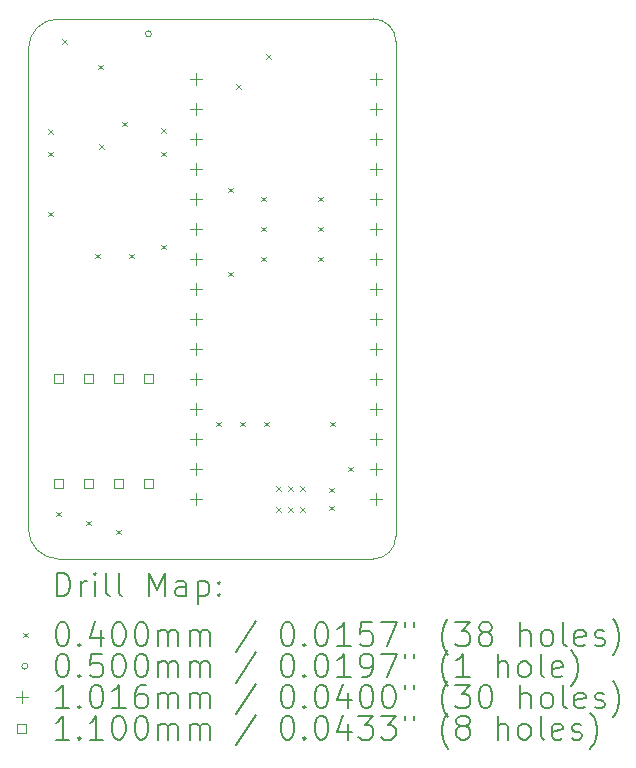
<source format=gbr>
%TF.GenerationSoftware,KiCad,Pcbnew,7.0.2*%
%TF.CreationDate,2023-04-27T12:11:38-07:00*%
%TF.ProjectId,Flamingo Nano 33 BLE Rev 2,466c616d-696e-4676-9f20-4e616e6f2033,rev?*%
%TF.SameCoordinates,Original*%
%TF.FileFunction,Drillmap*%
%TF.FilePolarity,Positive*%
%FSLAX45Y45*%
G04 Gerber Fmt 4.5, Leading zero omitted, Abs format (unit mm)*
G04 Created by KiCad (PCBNEW 7.0.2) date 2023-04-27 12:11:38*
%MOMM*%
%LPD*%
G01*
G04 APERTURE LIST*
%ADD10C,0.100000*%
%ADD11C,0.200000*%
%ADD12C,0.040000*%
%ADD13C,0.050000*%
%ADD14C,0.101600*%
%ADD15C,0.110000*%
G04 APERTURE END LIST*
D10*
X8191500Y-5207000D02*
G75*
G03*
X7937500Y-5461000I0J-254000D01*
G01*
X10858500Y-9779000D02*
X8191500Y-9779000D01*
X11049000Y-5397500D02*
X11049000Y-9588500D01*
X11049000Y-5397500D02*
G75*
G03*
X10858500Y-5207000I-190500J0D01*
G01*
X7937500Y-9525000D02*
X7937500Y-5461000D01*
X10858500Y-9779000D02*
G75*
G03*
X11049000Y-9588500I0J190500D01*
G01*
X7937500Y-9525000D02*
G75*
G03*
X8191500Y-9779000I254000J0D01*
G01*
X8191500Y-5207000D02*
X10858500Y-5207000D01*
D11*
D12*
X8108000Y-6139500D02*
X8148000Y-6179500D01*
X8148000Y-6139500D02*
X8108000Y-6179500D01*
X8108000Y-6330000D02*
X8148000Y-6370000D01*
X8148000Y-6330000D02*
X8108000Y-6370000D01*
X8108000Y-6838000D02*
X8148000Y-6878000D01*
X8148000Y-6838000D02*
X8108000Y-6878000D01*
X8171500Y-9378000D02*
X8211500Y-9418000D01*
X8211500Y-9378000D02*
X8171500Y-9418000D01*
X8222300Y-5377500D02*
X8262300Y-5417500D01*
X8262300Y-5377500D02*
X8222300Y-5417500D01*
X8425500Y-9454200D02*
X8465500Y-9494200D01*
X8465500Y-9454200D02*
X8425500Y-9494200D01*
X8501700Y-7193600D02*
X8541700Y-7233600D01*
X8541700Y-7193600D02*
X8501700Y-7233600D01*
X8527100Y-5593400D02*
X8567100Y-5633400D01*
X8567100Y-5593400D02*
X8527100Y-5633400D01*
X8539800Y-6270268D02*
X8579800Y-6310268D01*
X8579800Y-6270268D02*
X8539800Y-6310268D01*
X8679500Y-9530400D02*
X8719500Y-9570400D01*
X8719500Y-9530400D02*
X8679500Y-9570400D01*
X8730300Y-6076000D02*
X8770300Y-6116000D01*
X8770300Y-6076000D02*
X8730300Y-6116000D01*
X8793800Y-7193600D02*
X8833800Y-7233600D01*
X8833800Y-7193600D02*
X8793800Y-7233600D01*
X9060500Y-6130550D02*
X9100500Y-6170550D01*
X9100500Y-6130550D02*
X9060500Y-6170550D01*
X9060500Y-6330000D02*
X9100500Y-6370000D01*
X9100500Y-6330000D02*
X9060500Y-6370000D01*
X9060500Y-7117400D02*
X9100500Y-7157400D01*
X9100500Y-7117400D02*
X9060500Y-7157400D01*
X9530400Y-8616000D02*
X9570400Y-8656000D01*
X9570400Y-8616000D02*
X9530400Y-8656000D01*
X9632000Y-6634800D02*
X9672000Y-6674800D01*
X9672000Y-6634800D02*
X9632000Y-6674800D01*
X9632000Y-7346000D02*
X9672000Y-7386000D01*
X9672000Y-7346000D02*
X9632000Y-7386000D01*
X9695500Y-5758500D02*
X9735500Y-5798500D01*
X9735500Y-5758500D02*
X9695500Y-5798500D01*
X9733600Y-8616000D02*
X9773600Y-8656000D01*
X9773600Y-8616000D02*
X9733600Y-8656000D01*
X9911400Y-6711000D02*
X9951400Y-6751000D01*
X9951400Y-6711000D02*
X9911400Y-6751000D01*
X9911400Y-6965000D02*
X9951400Y-7005000D01*
X9951400Y-6965000D02*
X9911400Y-7005000D01*
X9911400Y-7219000D02*
X9951400Y-7259000D01*
X9951400Y-7219000D02*
X9911400Y-7259000D01*
X9936800Y-8616000D02*
X9976800Y-8656000D01*
X9976800Y-8616000D02*
X9936800Y-8656000D01*
X9949500Y-5504500D02*
X9989500Y-5544500D01*
X9989500Y-5504500D02*
X9949500Y-5544500D01*
X10038400Y-9162100D02*
X10078400Y-9202100D01*
X10078400Y-9162100D02*
X10038400Y-9202100D01*
X10038400Y-9339900D02*
X10078400Y-9379900D01*
X10078400Y-9339900D02*
X10038400Y-9379900D01*
X10140000Y-9162100D02*
X10180000Y-9202100D01*
X10180000Y-9162100D02*
X10140000Y-9202100D01*
X10140000Y-9339900D02*
X10180000Y-9379900D01*
X10180000Y-9339900D02*
X10140000Y-9379900D01*
X10241600Y-9162100D02*
X10281600Y-9202100D01*
X10281600Y-9162100D02*
X10241600Y-9202100D01*
X10241600Y-9339900D02*
X10281600Y-9379900D01*
X10281600Y-9339900D02*
X10241600Y-9379900D01*
X10394000Y-6711000D02*
X10434000Y-6751000D01*
X10434000Y-6711000D02*
X10394000Y-6751000D01*
X10394000Y-6965000D02*
X10434000Y-7005000D01*
X10434000Y-6965000D02*
X10394000Y-7005000D01*
X10394000Y-7219000D02*
X10434000Y-7259000D01*
X10434000Y-7219000D02*
X10394000Y-7259000D01*
X10482900Y-9175550D02*
X10522900Y-9215550D01*
X10522900Y-9175550D02*
X10482900Y-9215550D01*
X10482900Y-9327200D02*
X10522900Y-9367200D01*
X10522900Y-9327200D02*
X10482900Y-9367200D01*
X10495600Y-8616000D02*
X10535600Y-8656000D01*
X10535600Y-8616000D02*
X10495600Y-8656000D01*
X10648000Y-8997000D02*
X10688000Y-9037000D01*
X10688000Y-8997000D02*
X10648000Y-9037000D01*
D13*
X8978500Y-5334000D02*
G75*
G03*
X8978500Y-5334000I-25000J0D01*
G01*
D14*
X9356750Y-5661200D02*
X9356750Y-5762800D01*
X9305950Y-5712000D02*
X9407550Y-5712000D01*
X9356750Y-5915200D02*
X9356750Y-6016800D01*
X9305950Y-5966000D02*
X9407550Y-5966000D01*
X9356750Y-6169200D02*
X9356750Y-6270800D01*
X9305950Y-6220000D02*
X9407550Y-6220000D01*
X9356750Y-6423200D02*
X9356750Y-6524800D01*
X9305950Y-6474000D02*
X9407550Y-6474000D01*
X9356750Y-6677200D02*
X9356750Y-6778800D01*
X9305950Y-6728000D02*
X9407550Y-6728000D01*
X9356750Y-6931200D02*
X9356750Y-7032800D01*
X9305950Y-6982000D02*
X9407550Y-6982000D01*
X9356750Y-7185200D02*
X9356750Y-7286800D01*
X9305950Y-7236000D02*
X9407550Y-7236000D01*
X9356750Y-7439200D02*
X9356750Y-7540800D01*
X9305950Y-7490000D02*
X9407550Y-7490000D01*
X9356750Y-7693200D02*
X9356750Y-7794800D01*
X9305950Y-7744000D02*
X9407550Y-7744000D01*
X9356750Y-7947200D02*
X9356750Y-8048800D01*
X9305950Y-7998000D02*
X9407550Y-7998000D01*
X9356750Y-8201200D02*
X9356750Y-8302800D01*
X9305950Y-8252000D02*
X9407550Y-8252000D01*
X9356750Y-8455200D02*
X9356750Y-8556800D01*
X9305950Y-8506000D02*
X9407550Y-8506000D01*
X9356750Y-8709200D02*
X9356750Y-8810800D01*
X9305950Y-8760000D02*
X9407550Y-8760000D01*
X9356750Y-8963200D02*
X9356750Y-9064800D01*
X9305950Y-9014000D02*
X9407550Y-9014000D01*
X9356750Y-9217200D02*
X9356750Y-9318800D01*
X9305950Y-9268000D02*
X9407550Y-9268000D01*
X10880750Y-5661200D02*
X10880750Y-5762800D01*
X10829950Y-5712000D02*
X10931550Y-5712000D01*
X10880750Y-5915200D02*
X10880750Y-6016800D01*
X10829950Y-5966000D02*
X10931550Y-5966000D01*
X10880750Y-6169200D02*
X10880750Y-6270800D01*
X10829950Y-6220000D02*
X10931550Y-6220000D01*
X10880750Y-6423200D02*
X10880750Y-6524800D01*
X10829950Y-6474000D02*
X10931550Y-6474000D01*
X10880750Y-6677200D02*
X10880750Y-6778800D01*
X10829950Y-6728000D02*
X10931550Y-6728000D01*
X10880750Y-6931200D02*
X10880750Y-7032800D01*
X10829950Y-6982000D02*
X10931550Y-6982000D01*
X10880750Y-7185200D02*
X10880750Y-7286800D01*
X10829950Y-7236000D02*
X10931550Y-7236000D01*
X10880750Y-7439200D02*
X10880750Y-7540800D01*
X10829950Y-7490000D02*
X10931550Y-7490000D01*
X10880750Y-7693200D02*
X10880750Y-7794800D01*
X10829950Y-7744000D02*
X10931550Y-7744000D01*
X10880750Y-7947200D02*
X10880750Y-8048800D01*
X10829950Y-7998000D02*
X10931550Y-7998000D01*
X10880750Y-8201200D02*
X10880750Y-8302800D01*
X10829950Y-8252000D02*
X10931550Y-8252000D01*
X10880750Y-8455200D02*
X10880750Y-8556800D01*
X10829950Y-8506000D02*
X10931550Y-8506000D01*
X10880750Y-8709200D02*
X10880750Y-8810800D01*
X10829950Y-8760000D02*
X10931550Y-8760000D01*
X10880750Y-8963200D02*
X10880750Y-9064800D01*
X10829950Y-9014000D02*
X10931550Y-9014000D01*
X10880750Y-9217200D02*
X10880750Y-9318800D01*
X10829950Y-9268000D02*
X10931550Y-9268000D01*
D15*
X8230391Y-8293891D02*
X8230391Y-8216109D01*
X8152609Y-8216109D01*
X8152609Y-8293891D01*
X8230391Y-8293891D01*
X8230391Y-9182891D02*
X8230391Y-9105109D01*
X8152609Y-9105109D01*
X8152609Y-9182891D01*
X8230391Y-9182891D01*
X8484391Y-8293891D02*
X8484391Y-8216109D01*
X8406609Y-8216109D01*
X8406609Y-8293891D01*
X8484391Y-8293891D01*
X8484391Y-9182891D02*
X8484391Y-9105109D01*
X8406609Y-9105109D01*
X8406609Y-9182891D01*
X8484391Y-9182891D01*
X8738391Y-8293891D02*
X8738391Y-8216109D01*
X8660609Y-8216109D01*
X8660609Y-8293891D01*
X8738391Y-8293891D01*
X8738391Y-9182891D02*
X8738391Y-9105109D01*
X8660609Y-9105109D01*
X8660609Y-9182891D01*
X8738391Y-9182891D01*
X8992391Y-8293891D02*
X8992391Y-8216109D01*
X8914609Y-8216109D01*
X8914609Y-8293891D01*
X8992391Y-8293891D01*
X8992391Y-9182891D02*
X8992391Y-9105109D01*
X8914609Y-9105109D01*
X8914609Y-9182891D01*
X8992391Y-9182891D01*
D11*
X8180119Y-10096524D02*
X8180119Y-9896524D01*
X8180119Y-9896524D02*
X8227738Y-9896524D01*
X8227738Y-9896524D02*
X8256309Y-9906048D01*
X8256309Y-9906048D02*
X8275357Y-9925095D01*
X8275357Y-9925095D02*
X8284881Y-9944143D01*
X8284881Y-9944143D02*
X8294405Y-9982238D01*
X8294405Y-9982238D02*
X8294405Y-10010810D01*
X8294405Y-10010810D02*
X8284881Y-10048905D01*
X8284881Y-10048905D02*
X8275357Y-10067952D01*
X8275357Y-10067952D02*
X8256309Y-10087000D01*
X8256309Y-10087000D02*
X8227738Y-10096524D01*
X8227738Y-10096524D02*
X8180119Y-10096524D01*
X8380119Y-10096524D02*
X8380119Y-9963190D01*
X8380119Y-10001286D02*
X8389643Y-9982238D01*
X8389643Y-9982238D02*
X8399167Y-9972714D01*
X8399167Y-9972714D02*
X8418214Y-9963190D01*
X8418214Y-9963190D02*
X8437262Y-9963190D01*
X8503929Y-10096524D02*
X8503929Y-9963190D01*
X8503929Y-9896524D02*
X8494405Y-9906048D01*
X8494405Y-9906048D02*
X8503929Y-9915571D01*
X8503929Y-9915571D02*
X8513452Y-9906048D01*
X8513452Y-9906048D02*
X8503929Y-9896524D01*
X8503929Y-9896524D02*
X8503929Y-9915571D01*
X8627738Y-10096524D02*
X8608690Y-10087000D01*
X8608690Y-10087000D02*
X8599167Y-10067952D01*
X8599167Y-10067952D02*
X8599167Y-9896524D01*
X8732500Y-10096524D02*
X8713452Y-10087000D01*
X8713452Y-10087000D02*
X8703929Y-10067952D01*
X8703929Y-10067952D02*
X8703929Y-9896524D01*
X8961071Y-10096524D02*
X8961071Y-9896524D01*
X8961071Y-9896524D02*
X9027738Y-10039381D01*
X9027738Y-10039381D02*
X9094405Y-9896524D01*
X9094405Y-9896524D02*
X9094405Y-10096524D01*
X9275357Y-10096524D02*
X9275357Y-9991762D01*
X9275357Y-9991762D02*
X9265833Y-9972714D01*
X9265833Y-9972714D02*
X9246786Y-9963190D01*
X9246786Y-9963190D02*
X9208690Y-9963190D01*
X9208690Y-9963190D02*
X9189643Y-9972714D01*
X9275357Y-10087000D02*
X9256310Y-10096524D01*
X9256310Y-10096524D02*
X9208690Y-10096524D01*
X9208690Y-10096524D02*
X9189643Y-10087000D01*
X9189643Y-10087000D02*
X9180119Y-10067952D01*
X9180119Y-10067952D02*
X9180119Y-10048905D01*
X9180119Y-10048905D02*
X9189643Y-10029857D01*
X9189643Y-10029857D02*
X9208690Y-10020333D01*
X9208690Y-10020333D02*
X9256310Y-10020333D01*
X9256310Y-10020333D02*
X9275357Y-10010810D01*
X9370595Y-9963190D02*
X9370595Y-10163190D01*
X9370595Y-9972714D02*
X9389643Y-9963190D01*
X9389643Y-9963190D02*
X9427738Y-9963190D01*
X9427738Y-9963190D02*
X9446786Y-9972714D01*
X9446786Y-9972714D02*
X9456310Y-9982238D01*
X9456310Y-9982238D02*
X9465833Y-10001286D01*
X9465833Y-10001286D02*
X9465833Y-10058429D01*
X9465833Y-10058429D02*
X9456310Y-10077476D01*
X9456310Y-10077476D02*
X9446786Y-10087000D01*
X9446786Y-10087000D02*
X9427738Y-10096524D01*
X9427738Y-10096524D02*
X9389643Y-10096524D01*
X9389643Y-10096524D02*
X9370595Y-10087000D01*
X9551548Y-10077476D02*
X9561071Y-10087000D01*
X9561071Y-10087000D02*
X9551548Y-10096524D01*
X9551548Y-10096524D02*
X9542024Y-10087000D01*
X9542024Y-10087000D02*
X9551548Y-10077476D01*
X9551548Y-10077476D02*
X9551548Y-10096524D01*
X9551548Y-9972714D02*
X9561071Y-9982238D01*
X9561071Y-9982238D02*
X9551548Y-9991762D01*
X9551548Y-9991762D02*
X9542024Y-9982238D01*
X9542024Y-9982238D02*
X9551548Y-9972714D01*
X9551548Y-9972714D02*
X9551548Y-9991762D01*
D12*
X7892500Y-10404000D02*
X7932500Y-10444000D01*
X7932500Y-10404000D02*
X7892500Y-10444000D01*
D11*
X8218214Y-10316524D02*
X8237262Y-10316524D01*
X8237262Y-10316524D02*
X8256309Y-10326048D01*
X8256309Y-10326048D02*
X8265833Y-10335571D01*
X8265833Y-10335571D02*
X8275357Y-10354619D01*
X8275357Y-10354619D02*
X8284881Y-10392714D01*
X8284881Y-10392714D02*
X8284881Y-10440333D01*
X8284881Y-10440333D02*
X8275357Y-10478429D01*
X8275357Y-10478429D02*
X8265833Y-10497476D01*
X8265833Y-10497476D02*
X8256309Y-10507000D01*
X8256309Y-10507000D02*
X8237262Y-10516524D01*
X8237262Y-10516524D02*
X8218214Y-10516524D01*
X8218214Y-10516524D02*
X8199167Y-10507000D01*
X8199167Y-10507000D02*
X8189643Y-10497476D01*
X8189643Y-10497476D02*
X8180119Y-10478429D01*
X8180119Y-10478429D02*
X8170595Y-10440333D01*
X8170595Y-10440333D02*
X8170595Y-10392714D01*
X8170595Y-10392714D02*
X8180119Y-10354619D01*
X8180119Y-10354619D02*
X8189643Y-10335571D01*
X8189643Y-10335571D02*
X8199167Y-10326048D01*
X8199167Y-10326048D02*
X8218214Y-10316524D01*
X8370595Y-10497476D02*
X8380119Y-10507000D01*
X8380119Y-10507000D02*
X8370595Y-10516524D01*
X8370595Y-10516524D02*
X8361071Y-10507000D01*
X8361071Y-10507000D02*
X8370595Y-10497476D01*
X8370595Y-10497476D02*
X8370595Y-10516524D01*
X8551548Y-10383190D02*
X8551548Y-10516524D01*
X8503929Y-10307000D02*
X8456310Y-10449857D01*
X8456310Y-10449857D02*
X8580119Y-10449857D01*
X8694405Y-10316524D02*
X8713452Y-10316524D01*
X8713452Y-10316524D02*
X8732500Y-10326048D01*
X8732500Y-10326048D02*
X8742024Y-10335571D01*
X8742024Y-10335571D02*
X8751548Y-10354619D01*
X8751548Y-10354619D02*
X8761071Y-10392714D01*
X8761071Y-10392714D02*
X8761071Y-10440333D01*
X8761071Y-10440333D02*
X8751548Y-10478429D01*
X8751548Y-10478429D02*
X8742024Y-10497476D01*
X8742024Y-10497476D02*
X8732500Y-10507000D01*
X8732500Y-10507000D02*
X8713452Y-10516524D01*
X8713452Y-10516524D02*
X8694405Y-10516524D01*
X8694405Y-10516524D02*
X8675357Y-10507000D01*
X8675357Y-10507000D02*
X8665833Y-10497476D01*
X8665833Y-10497476D02*
X8656310Y-10478429D01*
X8656310Y-10478429D02*
X8646786Y-10440333D01*
X8646786Y-10440333D02*
X8646786Y-10392714D01*
X8646786Y-10392714D02*
X8656310Y-10354619D01*
X8656310Y-10354619D02*
X8665833Y-10335571D01*
X8665833Y-10335571D02*
X8675357Y-10326048D01*
X8675357Y-10326048D02*
X8694405Y-10316524D01*
X8884881Y-10316524D02*
X8903929Y-10316524D01*
X8903929Y-10316524D02*
X8922976Y-10326048D01*
X8922976Y-10326048D02*
X8932500Y-10335571D01*
X8932500Y-10335571D02*
X8942024Y-10354619D01*
X8942024Y-10354619D02*
X8951548Y-10392714D01*
X8951548Y-10392714D02*
X8951548Y-10440333D01*
X8951548Y-10440333D02*
X8942024Y-10478429D01*
X8942024Y-10478429D02*
X8932500Y-10497476D01*
X8932500Y-10497476D02*
X8922976Y-10507000D01*
X8922976Y-10507000D02*
X8903929Y-10516524D01*
X8903929Y-10516524D02*
X8884881Y-10516524D01*
X8884881Y-10516524D02*
X8865833Y-10507000D01*
X8865833Y-10507000D02*
X8856310Y-10497476D01*
X8856310Y-10497476D02*
X8846786Y-10478429D01*
X8846786Y-10478429D02*
X8837262Y-10440333D01*
X8837262Y-10440333D02*
X8837262Y-10392714D01*
X8837262Y-10392714D02*
X8846786Y-10354619D01*
X8846786Y-10354619D02*
X8856310Y-10335571D01*
X8856310Y-10335571D02*
X8865833Y-10326048D01*
X8865833Y-10326048D02*
X8884881Y-10316524D01*
X9037262Y-10516524D02*
X9037262Y-10383190D01*
X9037262Y-10402238D02*
X9046786Y-10392714D01*
X9046786Y-10392714D02*
X9065833Y-10383190D01*
X9065833Y-10383190D02*
X9094405Y-10383190D01*
X9094405Y-10383190D02*
X9113452Y-10392714D01*
X9113452Y-10392714D02*
X9122976Y-10411762D01*
X9122976Y-10411762D02*
X9122976Y-10516524D01*
X9122976Y-10411762D02*
X9132500Y-10392714D01*
X9132500Y-10392714D02*
X9151548Y-10383190D01*
X9151548Y-10383190D02*
X9180119Y-10383190D01*
X9180119Y-10383190D02*
X9199167Y-10392714D01*
X9199167Y-10392714D02*
X9208691Y-10411762D01*
X9208691Y-10411762D02*
X9208691Y-10516524D01*
X9303929Y-10516524D02*
X9303929Y-10383190D01*
X9303929Y-10402238D02*
X9313452Y-10392714D01*
X9313452Y-10392714D02*
X9332500Y-10383190D01*
X9332500Y-10383190D02*
X9361072Y-10383190D01*
X9361072Y-10383190D02*
X9380119Y-10392714D01*
X9380119Y-10392714D02*
X9389643Y-10411762D01*
X9389643Y-10411762D02*
X9389643Y-10516524D01*
X9389643Y-10411762D02*
X9399167Y-10392714D01*
X9399167Y-10392714D02*
X9418214Y-10383190D01*
X9418214Y-10383190D02*
X9446786Y-10383190D01*
X9446786Y-10383190D02*
X9465833Y-10392714D01*
X9465833Y-10392714D02*
X9475357Y-10411762D01*
X9475357Y-10411762D02*
X9475357Y-10516524D01*
X9865833Y-10307000D02*
X9694405Y-10564143D01*
X10122976Y-10316524D02*
X10142024Y-10316524D01*
X10142024Y-10316524D02*
X10161072Y-10326048D01*
X10161072Y-10326048D02*
X10170595Y-10335571D01*
X10170595Y-10335571D02*
X10180119Y-10354619D01*
X10180119Y-10354619D02*
X10189643Y-10392714D01*
X10189643Y-10392714D02*
X10189643Y-10440333D01*
X10189643Y-10440333D02*
X10180119Y-10478429D01*
X10180119Y-10478429D02*
X10170595Y-10497476D01*
X10170595Y-10497476D02*
X10161072Y-10507000D01*
X10161072Y-10507000D02*
X10142024Y-10516524D01*
X10142024Y-10516524D02*
X10122976Y-10516524D01*
X10122976Y-10516524D02*
X10103929Y-10507000D01*
X10103929Y-10507000D02*
X10094405Y-10497476D01*
X10094405Y-10497476D02*
X10084881Y-10478429D01*
X10084881Y-10478429D02*
X10075357Y-10440333D01*
X10075357Y-10440333D02*
X10075357Y-10392714D01*
X10075357Y-10392714D02*
X10084881Y-10354619D01*
X10084881Y-10354619D02*
X10094405Y-10335571D01*
X10094405Y-10335571D02*
X10103929Y-10326048D01*
X10103929Y-10326048D02*
X10122976Y-10316524D01*
X10275357Y-10497476D02*
X10284881Y-10507000D01*
X10284881Y-10507000D02*
X10275357Y-10516524D01*
X10275357Y-10516524D02*
X10265834Y-10507000D01*
X10265834Y-10507000D02*
X10275357Y-10497476D01*
X10275357Y-10497476D02*
X10275357Y-10516524D01*
X10408691Y-10316524D02*
X10427738Y-10316524D01*
X10427738Y-10316524D02*
X10446786Y-10326048D01*
X10446786Y-10326048D02*
X10456310Y-10335571D01*
X10456310Y-10335571D02*
X10465834Y-10354619D01*
X10465834Y-10354619D02*
X10475357Y-10392714D01*
X10475357Y-10392714D02*
X10475357Y-10440333D01*
X10475357Y-10440333D02*
X10465834Y-10478429D01*
X10465834Y-10478429D02*
X10456310Y-10497476D01*
X10456310Y-10497476D02*
X10446786Y-10507000D01*
X10446786Y-10507000D02*
X10427738Y-10516524D01*
X10427738Y-10516524D02*
X10408691Y-10516524D01*
X10408691Y-10516524D02*
X10389643Y-10507000D01*
X10389643Y-10507000D02*
X10380119Y-10497476D01*
X10380119Y-10497476D02*
X10370595Y-10478429D01*
X10370595Y-10478429D02*
X10361072Y-10440333D01*
X10361072Y-10440333D02*
X10361072Y-10392714D01*
X10361072Y-10392714D02*
X10370595Y-10354619D01*
X10370595Y-10354619D02*
X10380119Y-10335571D01*
X10380119Y-10335571D02*
X10389643Y-10326048D01*
X10389643Y-10326048D02*
X10408691Y-10316524D01*
X10665834Y-10516524D02*
X10551548Y-10516524D01*
X10608691Y-10516524D02*
X10608691Y-10316524D01*
X10608691Y-10316524D02*
X10589643Y-10345095D01*
X10589643Y-10345095D02*
X10570595Y-10364143D01*
X10570595Y-10364143D02*
X10551548Y-10373667D01*
X10846786Y-10316524D02*
X10751548Y-10316524D01*
X10751548Y-10316524D02*
X10742024Y-10411762D01*
X10742024Y-10411762D02*
X10751548Y-10402238D01*
X10751548Y-10402238D02*
X10770595Y-10392714D01*
X10770595Y-10392714D02*
X10818215Y-10392714D01*
X10818215Y-10392714D02*
X10837262Y-10402238D01*
X10837262Y-10402238D02*
X10846786Y-10411762D01*
X10846786Y-10411762D02*
X10856310Y-10430810D01*
X10856310Y-10430810D02*
X10856310Y-10478429D01*
X10856310Y-10478429D02*
X10846786Y-10497476D01*
X10846786Y-10497476D02*
X10837262Y-10507000D01*
X10837262Y-10507000D02*
X10818215Y-10516524D01*
X10818215Y-10516524D02*
X10770595Y-10516524D01*
X10770595Y-10516524D02*
X10751548Y-10507000D01*
X10751548Y-10507000D02*
X10742024Y-10497476D01*
X10922976Y-10316524D02*
X11056310Y-10316524D01*
X11056310Y-10316524D02*
X10970595Y-10516524D01*
X11122976Y-10316524D02*
X11122976Y-10354619D01*
X11199167Y-10316524D02*
X11199167Y-10354619D01*
X11494405Y-10592714D02*
X11484881Y-10583190D01*
X11484881Y-10583190D02*
X11465834Y-10554619D01*
X11465834Y-10554619D02*
X11456310Y-10535571D01*
X11456310Y-10535571D02*
X11446786Y-10507000D01*
X11446786Y-10507000D02*
X11437262Y-10459381D01*
X11437262Y-10459381D02*
X11437262Y-10421286D01*
X11437262Y-10421286D02*
X11446786Y-10373667D01*
X11446786Y-10373667D02*
X11456310Y-10345095D01*
X11456310Y-10345095D02*
X11465834Y-10326048D01*
X11465834Y-10326048D02*
X11484881Y-10297476D01*
X11484881Y-10297476D02*
X11494405Y-10287952D01*
X11551548Y-10316524D02*
X11675357Y-10316524D01*
X11675357Y-10316524D02*
X11608691Y-10392714D01*
X11608691Y-10392714D02*
X11637262Y-10392714D01*
X11637262Y-10392714D02*
X11656310Y-10402238D01*
X11656310Y-10402238D02*
X11665834Y-10411762D01*
X11665834Y-10411762D02*
X11675357Y-10430810D01*
X11675357Y-10430810D02*
X11675357Y-10478429D01*
X11675357Y-10478429D02*
X11665834Y-10497476D01*
X11665834Y-10497476D02*
X11656310Y-10507000D01*
X11656310Y-10507000D02*
X11637262Y-10516524D01*
X11637262Y-10516524D02*
X11580119Y-10516524D01*
X11580119Y-10516524D02*
X11561072Y-10507000D01*
X11561072Y-10507000D02*
X11551548Y-10497476D01*
X11789643Y-10402238D02*
X11770595Y-10392714D01*
X11770595Y-10392714D02*
X11761072Y-10383190D01*
X11761072Y-10383190D02*
X11751548Y-10364143D01*
X11751548Y-10364143D02*
X11751548Y-10354619D01*
X11751548Y-10354619D02*
X11761072Y-10335571D01*
X11761072Y-10335571D02*
X11770595Y-10326048D01*
X11770595Y-10326048D02*
X11789643Y-10316524D01*
X11789643Y-10316524D02*
X11827738Y-10316524D01*
X11827738Y-10316524D02*
X11846786Y-10326048D01*
X11846786Y-10326048D02*
X11856310Y-10335571D01*
X11856310Y-10335571D02*
X11865834Y-10354619D01*
X11865834Y-10354619D02*
X11865834Y-10364143D01*
X11865834Y-10364143D02*
X11856310Y-10383190D01*
X11856310Y-10383190D02*
X11846786Y-10392714D01*
X11846786Y-10392714D02*
X11827738Y-10402238D01*
X11827738Y-10402238D02*
X11789643Y-10402238D01*
X11789643Y-10402238D02*
X11770595Y-10411762D01*
X11770595Y-10411762D02*
X11761072Y-10421286D01*
X11761072Y-10421286D02*
X11751548Y-10440333D01*
X11751548Y-10440333D02*
X11751548Y-10478429D01*
X11751548Y-10478429D02*
X11761072Y-10497476D01*
X11761072Y-10497476D02*
X11770595Y-10507000D01*
X11770595Y-10507000D02*
X11789643Y-10516524D01*
X11789643Y-10516524D02*
X11827738Y-10516524D01*
X11827738Y-10516524D02*
X11846786Y-10507000D01*
X11846786Y-10507000D02*
X11856310Y-10497476D01*
X11856310Y-10497476D02*
X11865834Y-10478429D01*
X11865834Y-10478429D02*
X11865834Y-10440333D01*
X11865834Y-10440333D02*
X11856310Y-10421286D01*
X11856310Y-10421286D02*
X11846786Y-10411762D01*
X11846786Y-10411762D02*
X11827738Y-10402238D01*
X12103929Y-10516524D02*
X12103929Y-10316524D01*
X12189643Y-10516524D02*
X12189643Y-10411762D01*
X12189643Y-10411762D02*
X12180119Y-10392714D01*
X12180119Y-10392714D02*
X12161072Y-10383190D01*
X12161072Y-10383190D02*
X12132500Y-10383190D01*
X12132500Y-10383190D02*
X12113453Y-10392714D01*
X12113453Y-10392714D02*
X12103929Y-10402238D01*
X12313453Y-10516524D02*
X12294405Y-10507000D01*
X12294405Y-10507000D02*
X12284881Y-10497476D01*
X12284881Y-10497476D02*
X12275357Y-10478429D01*
X12275357Y-10478429D02*
X12275357Y-10421286D01*
X12275357Y-10421286D02*
X12284881Y-10402238D01*
X12284881Y-10402238D02*
X12294405Y-10392714D01*
X12294405Y-10392714D02*
X12313453Y-10383190D01*
X12313453Y-10383190D02*
X12342024Y-10383190D01*
X12342024Y-10383190D02*
X12361072Y-10392714D01*
X12361072Y-10392714D02*
X12370596Y-10402238D01*
X12370596Y-10402238D02*
X12380119Y-10421286D01*
X12380119Y-10421286D02*
X12380119Y-10478429D01*
X12380119Y-10478429D02*
X12370596Y-10497476D01*
X12370596Y-10497476D02*
X12361072Y-10507000D01*
X12361072Y-10507000D02*
X12342024Y-10516524D01*
X12342024Y-10516524D02*
X12313453Y-10516524D01*
X12494405Y-10516524D02*
X12475357Y-10507000D01*
X12475357Y-10507000D02*
X12465834Y-10487952D01*
X12465834Y-10487952D02*
X12465834Y-10316524D01*
X12646786Y-10507000D02*
X12627738Y-10516524D01*
X12627738Y-10516524D02*
X12589643Y-10516524D01*
X12589643Y-10516524D02*
X12570596Y-10507000D01*
X12570596Y-10507000D02*
X12561072Y-10487952D01*
X12561072Y-10487952D02*
X12561072Y-10411762D01*
X12561072Y-10411762D02*
X12570596Y-10392714D01*
X12570596Y-10392714D02*
X12589643Y-10383190D01*
X12589643Y-10383190D02*
X12627738Y-10383190D01*
X12627738Y-10383190D02*
X12646786Y-10392714D01*
X12646786Y-10392714D02*
X12656310Y-10411762D01*
X12656310Y-10411762D02*
X12656310Y-10430810D01*
X12656310Y-10430810D02*
X12561072Y-10449857D01*
X12732500Y-10507000D02*
X12751548Y-10516524D01*
X12751548Y-10516524D02*
X12789643Y-10516524D01*
X12789643Y-10516524D02*
X12808691Y-10507000D01*
X12808691Y-10507000D02*
X12818215Y-10487952D01*
X12818215Y-10487952D02*
X12818215Y-10478429D01*
X12818215Y-10478429D02*
X12808691Y-10459381D01*
X12808691Y-10459381D02*
X12789643Y-10449857D01*
X12789643Y-10449857D02*
X12761072Y-10449857D01*
X12761072Y-10449857D02*
X12742024Y-10440333D01*
X12742024Y-10440333D02*
X12732500Y-10421286D01*
X12732500Y-10421286D02*
X12732500Y-10411762D01*
X12732500Y-10411762D02*
X12742024Y-10392714D01*
X12742024Y-10392714D02*
X12761072Y-10383190D01*
X12761072Y-10383190D02*
X12789643Y-10383190D01*
X12789643Y-10383190D02*
X12808691Y-10392714D01*
X12884881Y-10592714D02*
X12894405Y-10583190D01*
X12894405Y-10583190D02*
X12913453Y-10554619D01*
X12913453Y-10554619D02*
X12922977Y-10535571D01*
X12922977Y-10535571D02*
X12932500Y-10507000D01*
X12932500Y-10507000D02*
X12942024Y-10459381D01*
X12942024Y-10459381D02*
X12942024Y-10421286D01*
X12942024Y-10421286D02*
X12932500Y-10373667D01*
X12932500Y-10373667D02*
X12922977Y-10345095D01*
X12922977Y-10345095D02*
X12913453Y-10326048D01*
X12913453Y-10326048D02*
X12894405Y-10297476D01*
X12894405Y-10297476D02*
X12884881Y-10287952D01*
D13*
X7932500Y-10688000D02*
G75*
G03*
X7932500Y-10688000I-25000J0D01*
G01*
D11*
X8218214Y-10580524D02*
X8237262Y-10580524D01*
X8237262Y-10580524D02*
X8256309Y-10590048D01*
X8256309Y-10590048D02*
X8265833Y-10599571D01*
X8265833Y-10599571D02*
X8275357Y-10618619D01*
X8275357Y-10618619D02*
X8284881Y-10656714D01*
X8284881Y-10656714D02*
X8284881Y-10704333D01*
X8284881Y-10704333D02*
X8275357Y-10742429D01*
X8275357Y-10742429D02*
X8265833Y-10761476D01*
X8265833Y-10761476D02*
X8256309Y-10771000D01*
X8256309Y-10771000D02*
X8237262Y-10780524D01*
X8237262Y-10780524D02*
X8218214Y-10780524D01*
X8218214Y-10780524D02*
X8199167Y-10771000D01*
X8199167Y-10771000D02*
X8189643Y-10761476D01*
X8189643Y-10761476D02*
X8180119Y-10742429D01*
X8180119Y-10742429D02*
X8170595Y-10704333D01*
X8170595Y-10704333D02*
X8170595Y-10656714D01*
X8170595Y-10656714D02*
X8180119Y-10618619D01*
X8180119Y-10618619D02*
X8189643Y-10599571D01*
X8189643Y-10599571D02*
X8199167Y-10590048D01*
X8199167Y-10590048D02*
X8218214Y-10580524D01*
X8370595Y-10761476D02*
X8380119Y-10771000D01*
X8380119Y-10771000D02*
X8370595Y-10780524D01*
X8370595Y-10780524D02*
X8361071Y-10771000D01*
X8361071Y-10771000D02*
X8370595Y-10761476D01*
X8370595Y-10761476D02*
X8370595Y-10780524D01*
X8561071Y-10580524D02*
X8465833Y-10580524D01*
X8465833Y-10580524D02*
X8456310Y-10675762D01*
X8456310Y-10675762D02*
X8465833Y-10666238D01*
X8465833Y-10666238D02*
X8484881Y-10656714D01*
X8484881Y-10656714D02*
X8532500Y-10656714D01*
X8532500Y-10656714D02*
X8551548Y-10666238D01*
X8551548Y-10666238D02*
X8561071Y-10675762D01*
X8561071Y-10675762D02*
X8570595Y-10694810D01*
X8570595Y-10694810D02*
X8570595Y-10742429D01*
X8570595Y-10742429D02*
X8561071Y-10761476D01*
X8561071Y-10761476D02*
X8551548Y-10771000D01*
X8551548Y-10771000D02*
X8532500Y-10780524D01*
X8532500Y-10780524D02*
X8484881Y-10780524D01*
X8484881Y-10780524D02*
X8465833Y-10771000D01*
X8465833Y-10771000D02*
X8456310Y-10761476D01*
X8694405Y-10580524D02*
X8713452Y-10580524D01*
X8713452Y-10580524D02*
X8732500Y-10590048D01*
X8732500Y-10590048D02*
X8742024Y-10599571D01*
X8742024Y-10599571D02*
X8751548Y-10618619D01*
X8751548Y-10618619D02*
X8761071Y-10656714D01*
X8761071Y-10656714D02*
X8761071Y-10704333D01*
X8761071Y-10704333D02*
X8751548Y-10742429D01*
X8751548Y-10742429D02*
X8742024Y-10761476D01*
X8742024Y-10761476D02*
X8732500Y-10771000D01*
X8732500Y-10771000D02*
X8713452Y-10780524D01*
X8713452Y-10780524D02*
X8694405Y-10780524D01*
X8694405Y-10780524D02*
X8675357Y-10771000D01*
X8675357Y-10771000D02*
X8665833Y-10761476D01*
X8665833Y-10761476D02*
X8656310Y-10742429D01*
X8656310Y-10742429D02*
X8646786Y-10704333D01*
X8646786Y-10704333D02*
X8646786Y-10656714D01*
X8646786Y-10656714D02*
X8656310Y-10618619D01*
X8656310Y-10618619D02*
X8665833Y-10599571D01*
X8665833Y-10599571D02*
X8675357Y-10590048D01*
X8675357Y-10590048D02*
X8694405Y-10580524D01*
X8884881Y-10580524D02*
X8903929Y-10580524D01*
X8903929Y-10580524D02*
X8922976Y-10590048D01*
X8922976Y-10590048D02*
X8932500Y-10599571D01*
X8932500Y-10599571D02*
X8942024Y-10618619D01*
X8942024Y-10618619D02*
X8951548Y-10656714D01*
X8951548Y-10656714D02*
X8951548Y-10704333D01*
X8951548Y-10704333D02*
X8942024Y-10742429D01*
X8942024Y-10742429D02*
X8932500Y-10761476D01*
X8932500Y-10761476D02*
X8922976Y-10771000D01*
X8922976Y-10771000D02*
X8903929Y-10780524D01*
X8903929Y-10780524D02*
X8884881Y-10780524D01*
X8884881Y-10780524D02*
X8865833Y-10771000D01*
X8865833Y-10771000D02*
X8856310Y-10761476D01*
X8856310Y-10761476D02*
X8846786Y-10742429D01*
X8846786Y-10742429D02*
X8837262Y-10704333D01*
X8837262Y-10704333D02*
X8837262Y-10656714D01*
X8837262Y-10656714D02*
X8846786Y-10618619D01*
X8846786Y-10618619D02*
X8856310Y-10599571D01*
X8856310Y-10599571D02*
X8865833Y-10590048D01*
X8865833Y-10590048D02*
X8884881Y-10580524D01*
X9037262Y-10780524D02*
X9037262Y-10647190D01*
X9037262Y-10666238D02*
X9046786Y-10656714D01*
X9046786Y-10656714D02*
X9065833Y-10647190D01*
X9065833Y-10647190D02*
X9094405Y-10647190D01*
X9094405Y-10647190D02*
X9113452Y-10656714D01*
X9113452Y-10656714D02*
X9122976Y-10675762D01*
X9122976Y-10675762D02*
X9122976Y-10780524D01*
X9122976Y-10675762D02*
X9132500Y-10656714D01*
X9132500Y-10656714D02*
X9151548Y-10647190D01*
X9151548Y-10647190D02*
X9180119Y-10647190D01*
X9180119Y-10647190D02*
X9199167Y-10656714D01*
X9199167Y-10656714D02*
X9208691Y-10675762D01*
X9208691Y-10675762D02*
X9208691Y-10780524D01*
X9303929Y-10780524D02*
X9303929Y-10647190D01*
X9303929Y-10666238D02*
X9313452Y-10656714D01*
X9313452Y-10656714D02*
X9332500Y-10647190D01*
X9332500Y-10647190D02*
X9361072Y-10647190D01*
X9361072Y-10647190D02*
X9380119Y-10656714D01*
X9380119Y-10656714D02*
X9389643Y-10675762D01*
X9389643Y-10675762D02*
X9389643Y-10780524D01*
X9389643Y-10675762D02*
X9399167Y-10656714D01*
X9399167Y-10656714D02*
X9418214Y-10647190D01*
X9418214Y-10647190D02*
X9446786Y-10647190D01*
X9446786Y-10647190D02*
X9465833Y-10656714D01*
X9465833Y-10656714D02*
X9475357Y-10675762D01*
X9475357Y-10675762D02*
X9475357Y-10780524D01*
X9865833Y-10571000D02*
X9694405Y-10828143D01*
X10122976Y-10580524D02*
X10142024Y-10580524D01*
X10142024Y-10580524D02*
X10161072Y-10590048D01*
X10161072Y-10590048D02*
X10170595Y-10599571D01*
X10170595Y-10599571D02*
X10180119Y-10618619D01*
X10180119Y-10618619D02*
X10189643Y-10656714D01*
X10189643Y-10656714D02*
X10189643Y-10704333D01*
X10189643Y-10704333D02*
X10180119Y-10742429D01*
X10180119Y-10742429D02*
X10170595Y-10761476D01*
X10170595Y-10761476D02*
X10161072Y-10771000D01*
X10161072Y-10771000D02*
X10142024Y-10780524D01*
X10142024Y-10780524D02*
X10122976Y-10780524D01*
X10122976Y-10780524D02*
X10103929Y-10771000D01*
X10103929Y-10771000D02*
X10094405Y-10761476D01*
X10094405Y-10761476D02*
X10084881Y-10742429D01*
X10084881Y-10742429D02*
X10075357Y-10704333D01*
X10075357Y-10704333D02*
X10075357Y-10656714D01*
X10075357Y-10656714D02*
X10084881Y-10618619D01*
X10084881Y-10618619D02*
X10094405Y-10599571D01*
X10094405Y-10599571D02*
X10103929Y-10590048D01*
X10103929Y-10590048D02*
X10122976Y-10580524D01*
X10275357Y-10761476D02*
X10284881Y-10771000D01*
X10284881Y-10771000D02*
X10275357Y-10780524D01*
X10275357Y-10780524D02*
X10265834Y-10771000D01*
X10265834Y-10771000D02*
X10275357Y-10761476D01*
X10275357Y-10761476D02*
X10275357Y-10780524D01*
X10408691Y-10580524D02*
X10427738Y-10580524D01*
X10427738Y-10580524D02*
X10446786Y-10590048D01*
X10446786Y-10590048D02*
X10456310Y-10599571D01*
X10456310Y-10599571D02*
X10465834Y-10618619D01*
X10465834Y-10618619D02*
X10475357Y-10656714D01*
X10475357Y-10656714D02*
X10475357Y-10704333D01*
X10475357Y-10704333D02*
X10465834Y-10742429D01*
X10465834Y-10742429D02*
X10456310Y-10761476D01*
X10456310Y-10761476D02*
X10446786Y-10771000D01*
X10446786Y-10771000D02*
X10427738Y-10780524D01*
X10427738Y-10780524D02*
X10408691Y-10780524D01*
X10408691Y-10780524D02*
X10389643Y-10771000D01*
X10389643Y-10771000D02*
X10380119Y-10761476D01*
X10380119Y-10761476D02*
X10370595Y-10742429D01*
X10370595Y-10742429D02*
X10361072Y-10704333D01*
X10361072Y-10704333D02*
X10361072Y-10656714D01*
X10361072Y-10656714D02*
X10370595Y-10618619D01*
X10370595Y-10618619D02*
X10380119Y-10599571D01*
X10380119Y-10599571D02*
X10389643Y-10590048D01*
X10389643Y-10590048D02*
X10408691Y-10580524D01*
X10665834Y-10780524D02*
X10551548Y-10780524D01*
X10608691Y-10780524D02*
X10608691Y-10580524D01*
X10608691Y-10580524D02*
X10589643Y-10609095D01*
X10589643Y-10609095D02*
X10570595Y-10628143D01*
X10570595Y-10628143D02*
X10551548Y-10637667D01*
X10761072Y-10780524D02*
X10799167Y-10780524D01*
X10799167Y-10780524D02*
X10818215Y-10771000D01*
X10818215Y-10771000D02*
X10827738Y-10761476D01*
X10827738Y-10761476D02*
X10846786Y-10732905D01*
X10846786Y-10732905D02*
X10856310Y-10694810D01*
X10856310Y-10694810D02*
X10856310Y-10618619D01*
X10856310Y-10618619D02*
X10846786Y-10599571D01*
X10846786Y-10599571D02*
X10837262Y-10590048D01*
X10837262Y-10590048D02*
X10818215Y-10580524D01*
X10818215Y-10580524D02*
X10780119Y-10580524D01*
X10780119Y-10580524D02*
X10761072Y-10590048D01*
X10761072Y-10590048D02*
X10751548Y-10599571D01*
X10751548Y-10599571D02*
X10742024Y-10618619D01*
X10742024Y-10618619D02*
X10742024Y-10666238D01*
X10742024Y-10666238D02*
X10751548Y-10685286D01*
X10751548Y-10685286D02*
X10761072Y-10694810D01*
X10761072Y-10694810D02*
X10780119Y-10704333D01*
X10780119Y-10704333D02*
X10818215Y-10704333D01*
X10818215Y-10704333D02*
X10837262Y-10694810D01*
X10837262Y-10694810D02*
X10846786Y-10685286D01*
X10846786Y-10685286D02*
X10856310Y-10666238D01*
X10922976Y-10580524D02*
X11056310Y-10580524D01*
X11056310Y-10580524D02*
X10970595Y-10780524D01*
X11122976Y-10580524D02*
X11122976Y-10618619D01*
X11199167Y-10580524D02*
X11199167Y-10618619D01*
X11494405Y-10856714D02*
X11484881Y-10847190D01*
X11484881Y-10847190D02*
X11465834Y-10818619D01*
X11465834Y-10818619D02*
X11456310Y-10799571D01*
X11456310Y-10799571D02*
X11446786Y-10771000D01*
X11446786Y-10771000D02*
X11437262Y-10723381D01*
X11437262Y-10723381D02*
X11437262Y-10685286D01*
X11437262Y-10685286D02*
X11446786Y-10637667D01*
X11446786Y-10637667D02*
X11456310Y-10609095D01*
X11456310Y-10609095D02*
X11465834Y-10590048D01*
X11465834Y-10590048D02*
X11484881Y-10561476D01*
X11484881Y-10561476D02*
X11494405Y-10551952D01*
X11675357Y-10780524D02*
X11561072Y-10780524D01*
X11618214Y-10780524D02*
X11618214Y-10580524D01*
X11618214Y-10580524D02*
X11599167Y-10609095D01*
X11599167Y-10609095D02*
X11580119Y-10628143D01*
X11580119Y-10628143D02*
X11561072Y-10637667D01*
X11913453Y-10780524D02*
X11913453Y-10580524D01*
X11999167Y-10780524D02*
X11999167Y-10675762D01*
X11999167Y-10675762D02*
X11989643Y-10656714D01*
X11989643Y-10656714D02*
X11970596Y-10647190D01*
X11970596Y-10647190D02*
X11942024Y-10647190D01*
X11942024Y-10647190D02*
X11922976Y-10656714D01*
X11922976Y-10656714D02*
X11913453Y-10666238D01*
X12122976Y-10780524D02*
X12103929Y-10771000D01*
X12103929Y-10771000D02*
X12094405Y-10761476D01*
X12094405Y-10761476D02*
X12084881Y-10742429D01*
X12084881Y-10742429D02*
X12084881Y-10685286D01*
X12084881Y-10685286D02*
X12094405Y-10666238D01*
X12094405Y-10666238D02*
X12103929Y-10656714D01*
X12103929Y-10656714D02*
X12122976Y-10647190D01*
X12122976Y-10647190D02*
X12151548Y-10647190D01*
X12151548Y-10647190D02*
X12170596Y-10656714D01*
X12170596Y-10656714D02*
X12180119Y-10666238D01*
X12180119Y-10666238D02*
X12189643Y-10685286D01*
X12189643Y-10685286D02*
X12189643Y-10742429D01*
X12189643Y-10742429D02*
X12180119Y-10761476D01*
X12180119Y-10761476D02*
X12170596Y-10771000D01*
X12170596Y-10771000D02*
X12151548Y-10780524D01*
X12151548Y-10780524D02*
X12122976Y-10780524D01*
X12303929Y-10780524D02*
X12284881Y-10771000D01*
X12284881Y-10771000D02*
X12275357Y-10751952D01*
X12275357Y-10751952D02*
X12275357Y-10580524D01*
X12456310Y-10771000D02*
X12437262Y-10780524D01*
X12437262Y-10780524D02*
X12399167Y-10780524D01*
X12399167Y-10780524D02*
X12380119Y-10771000D01*
X12380119Y-10771000D02*
X12370596Y-10751952D01*
X12370596Y-10751952D02*
X12370596Y-10675762D01*
X12370596Y-10675762D02*
X12380119Y-10656714D01*
X12380119Y-10656714D02*
X12399167Y-10647190D01*
X12399167Y-10647190D02*
X12437262Y-10647190D01*
X12437262Y-10647190D02*
X12456310Y-10656714D01*
X12456310Y-10656714D02*
X12465834Y-10675762D01*
X12465834Y-10675762D02*
X12465834Y-10694810D01*
X12465834Y-10694810D02*
X12370596Y-10713857D01*
X12532500Y-10856714D02*
X12542024Y-10847190D01*
X12542024Y-10847190D02*
X12561072Y-10818619D01*
X12561072Y-10818619D02*
X12570596Y-10799571D01*
X12570596Y-10799571D02*
X12580119Y-10771000D01*
X12580119Y-10771000D02*
X12589643Y-10723381D01*
X12589643Y-10723381D02*
X12589643Y-10685286D01*
X12589643Y-10685286D02*
X12580119Y-10637667D01*
X12580119Y-10637667D02*
X12570596Y-10609095D01*
X12570596Y-10609095D02*
X12561072Y-10590048D01*
X12561072Y-10590048D02*
X12542024Y-10561476D01*
X12542024Y-10561476D02*
X12532500Y-10551952D01*
D14*
X7881700Y-10901200D02*
X7881700Y-11002800D01*
X7830900Y-10952000D02*
X7932500Y-10952000D01*
D11*
X8284881Y-11044524D02*
X8170595Y-11044524D01*
X8227738Y-11044524D02*
X8227738Y-10844524D01*
X8227738Y-10844524D02*
X8208690Y-10873095D01*
X8208690Y-10873095D02*
X8189643Y-10892143D01*
X8189643Y-10892143D02*
X8170595Y-10901667D01*
X8370595Y-11025476D02*
X8380119Y-11035000D01*
X8380119Y-11035000D02*
X8370595Y-11044524D01*
X8370595Y-11044524D02*
X8361071Y-11035000D01*
X8361071Y-11035000D02*
X8370595Y-11025476D01*
X8370595Y-11025476D02*
X8370595Y-11044524D01*
X8503929Y-10844524D02*
X8522976Y-10844524D01*
X8522976Y-10844524D02*
X8542024Y-10854048D01*
X8542024Y-10854048D02*
X8551548Y-10863571D01*
X8551548Y-10863571D02*
X8561071Y-10882619D01*
X8561071Y-10882619D02*
X8570595Y-10920714D01*
X8570595Y-10920714D02*
X8570595Y-10968333D01*
X8570595Y-10968333D02*
X8561071Y-11006429D01*
X8561071Y-11006429D02*
X8551548Y-11025476D01*
X8551548Y-11025476D02*
X8542024Y-11035000D01*
X8542024Y-11035000D02*
X8522976Y-11044524D01*
X8522976Y-11044524D02*
X8503929Y-11044524D01*
X8503929Y-11044524D02*
X8484881Y-11035000D01*
X8484881Y-11035000D02*
X8475357Y-11025476D01*
X8475357Y-11025476D02*
X8465833Y-11006429D01*
X8465833Y-11006429D02*
X8456310Y-10968333D01*
X8456310Y-10968333D02*
X8456310Y-10920714D01*
X8456310Y-10920714D02*
X8465833Y-10882619D01*
X8465833Y-10882619D02*
X8475357Y-10863571D01*
X8475357Y-10863571D02*
X8484881Y-10854048D01*
X8484881Y-10854048D02*
X8503929Y-10844524D01*
X8761071Y-11044524D02*
X8646786Y-11044524D01*
X8703929Y-11044524D02*
X8703929Y-10844524D01*
X8703929Y-10844524D02*
X8684881Y-10873095D01*
X8684881Y-10873095D02*
X8665833Y-10892143D01*
X8665833Y-10892143D02*
X8646786Y-10901667D01*
X8932500Y-10844524D02*
X8894405Y-10844524D01*
X8894405Y-10844524D02*
X8875357Y-10854048D01*
X8875357Y-10854048D02*
X8865833Y-10863571D01*
X8865833Y-10863571D02*
X8846786Y-10892143D01*
X8846786Y-10892143D02*
X8837262Y-10930238D01*
X8837262Y-10930238D02*
X8837262Y-11006429D01*
X8837262Y-11006429D02*
X8846786Y-11025476D01*
X8846786Y-11025476D02*
X8856310Y-11035000D01*
X8856310Y-11035000D02*
X8875357Y-11044524D01*
X8875357Y-11044524D02*
X8913452Y-11044524D01*
X8913452Y-11044524D02*
X8932500Y-11035000D01*
X8932500Y-11035000D02*
X8942024Y-11025476D01*
X8942024Y-11025476D02*
X8951548Y-11006429D01*
X8951548Y-11006429D02*
X8951548Y-10958810D01*
X8951548Y-10958810D02*
X8942024Y-10939762D01*
X8942024Y-10939762D02*
X8932500Y-10930238D01*
X8932500Y-10930238D02*
X8913452Y-10920714D01*
X8913452Y-10920714D02*
X8875357Y-10920714D01*
X8875357Y-10920714D02*
X8856310Y-10930238D01*
X8856310Y-10930238D02*
X8846786Y-10939762D01*
X8846786Y-10939762D02*
X8837262Y-10958810D01*
X9037262Y-11044524D02*
X9037262Y-10911190D01*
X9037262Y-10930238D02*
X9046786Y-10920714D01*
X9046786Y-10920714D02*
X9065833Y-10911190D01*
X9065833Y-10911190D02*
X9094405Y-10911190D01*
X9094405Y-10911190D02*
X9113452Y-10920714D01*
X9113452Y-10920714D02*
X9122976Y-10939762D01*
X9122976Y-10939762D02*
X9122976Y-11044524D01*
X9122976Y-10939762D02*
X9132500Y-10920714D01*
X9132500Y-10920714D02*
X9151548Y-10911190D01*
X9151548Y-10911190D02*
X9180119Y-10911190D01*
X9180119Y-10911190D02*
X9199167Y-10920714D01*
X9199167Y-10920714D02*
X9208691Y-10939762D01*
X9208691Y-10939762D02*
X9208691Y-11044524D01*
X9303929Y-11044524D02*
X9303929Y-10911190D01*
X9303929Y-10930238D02*
X9313452Y-10920714D01*
X9313452Y-10920714D02*
X9332500Y-10911190D01*
X9332500Y-10911190D02*
X9361072Y-10911190D01*
X9361072Y-10911190D02*
X9380119Y-10920714D01*
X9380119Y-10920714D02*
X9389643Y-10939762D01*
X9389643Y-10939762D02*
X9389643Y-11044524D01*
X9389643Y-10939762D02*
X9399167Y-10920714D01*
X9399167Y-10920714D02*
X9418214Y-10911190D01*
X9418214Y-10911190D02*
X9446786Y-10911190D01*
X9446786Y-10911190D02*
X9465833Y-10920714D01*
X9465833Y-10920714D02*
X9475357Y-10939762D01*
X9475357Y-10939762D02*
X9475357Y-11044524D01*
X9865833Y-10835000D02*
X9694405Y-11092143D01*
X10122976Y-10844524D02*
X10142024Y-10844524D01*
X10142024Y-10844524D02*
X10161072Y-10854048D01*
X10161072Y-10854048D02*
X10170595Y-10863571D01*
X10170595Y-10863571D02*
X10180119Y-10882619D01*
X10180119Y-10882619D02*
X10189643Y-10920714D01*
X10189643Y-10920714D02*
X10189643Y-10968333D01*
X10189643Y-10968333D02*
X10180119Y-11006429D01*
X10180119Y-11006429D02*
X10170595Y-11025476D01*
X10170595Y-11025476D02*
X10161072Y-11035000D01*
X10161072Y-11035000D02*
X10142024Y-11044524D01*
X10142024Y-11044524D02*
X10122976Y-11044524D01*
X10122976Y-11044524D02*
X10103929Y-11035000D01*
X10103929Y-11035000D02*
X10094405Y-11025476D01*
X10094405Y-11025476D02*
X10084881Y-11006429D01*
X10084881Y-11006429D02*
X10075357Y-10968333D01*
X10075357Y-10968333D02*
X10075357Y-10920714D01*
X10075357Y-10920714D02*
X10084881Y-10882619D01*
X10084881Y-10882619D02*
X10094405Y-10863571D01*
X10094405Y-10863571D02*
X10103929Y-10854048D01*
X10103929Y-10854048D02*
X10122976Y-10844524D01*
X10275357Y-11025476D02*
X10284881Y-11035000D01*
X10284881Y-11035000D02*
X10275357Y-11044524D01*
X10275357Y-11044524D02*
X10265834Y-11035000D01*
X10265834Y-11035000D02*
X10275357Y-11025476D01*
X10275357Y-11025476D02*
X10275357Y-11044524D01*
X10408691Y-10844524D02*
X10427738Y-10844524D01*
X10427738Y-10844524D02*
X10446786Y-10854048D01*
X10446786Y-10854048D02*
X10456310Y-10863571D01*
X10456310Y-10863571D02*
X10465834Y-10882619D01*
X10465834Y-10882619D02*
X10475357Y-10920714D01*
X10475357Y-10920714D02*
X10475357Y-10968333D01*
X10475357Y-10968333D02*
X10465834Y-11006429D01*
X10465834Y-11006429D02*
X10456310Y-11025476D01*
X10456310Y-11025476D02*
X10446786Y-11035000D01*
X10446786Y-11035000D02*
X10427738Y-11044524D01*
X10427738Y-11044524D02*
X10408691Y-11044524D01*
X10408691Y-11044524D02*
X10389643Y-11035000D01*
X10389643Y-11035000D02*
X10380119Y-11025476D01*
X10380119Y-11025476D02*
X10370595Y-11006429D01*
X10370595Y-11006429D02*
X10361072Y-10968333D01*
X10361072Y-10968333D02*
X10361072Y-10920714D01*
X10361072Y-10920714D02*
X10370595Y-10882619D01*
X10370595Y-10882619D02*
X10380119Y-10863571D01*
X10380119Y-10863571D02*
X10389643Y-10854048D01*
X10389643Y-10854048D02*
X10408691Y-10844524D01*
X10646786Y-10911190D02*
X10646786Y-11044524D01*
X10599167Y-10835000D02*
X10551548Y-10977857D01*
X10551548Y-10977857D02*
X10675357Y-10977857D01*
X10789643Y-10844524D02*
X10808691Y-10844524D01*
X10808691Y-10844524D02*
X10827738Y-10854048D01*
X10827738Y-10854048D02*
X10837262Y-10863571D01*
X10837262Y-10863571D02*
X10846786Y-10882619D01*
X10846786Y-10882619D02*
X10856310Y-10920714D01*
X10856310Y-10920714D02*
X10856310Y-10968333D01*
X10856310Y-10968333D02*
X10846786Y-11006429D01*
X10846786Y-11006429D02*
X10837262Y-11025476D01*
X10837262Y-11025476D02*
X10827738Y-11035000D01*
X10827738Y-11035000D02*
X10808691Y-11044524D01*
X10808691Y-11044524D02*
X10789643Y-11044524D01*
X10789643Y-11044524D02*
X10770595Y-11035000D01*
X10770595Y-11035000D02*
X10761072Y-11025476D01*
X10761072Y-11025476D02*
X10751548Y-11006429D01*
X10751548Y-11006429D02*
X10742024Y-10968333D01*
X10742024Y-10968333D02*
X10742024Y-10920714D01*
X10742024Y-10920714D02*
X10751548Y-10882619D01*
X10751548Y-10882619D02*
X10761072Y-10863571D01*
X10761072Y-10863571D02*
X10770595Y-10854048D01*
X10770595Y-10854048D02*
X10789643Y-10844524D01*
X10980119Y-10844524D02*
X10999167Y-10844524D01*
X10999167Y-10844524D02*
X11018215Y-10854048D01*
X11018215Y-10854048D02*
X11027738Y-10863571D01*
X11027738Y-10863571D02*
X11037262Y-10882619D01*
X11037262Y-10882619D02*
X11046786Y-10920714D01*
X11046786Y-10920714D02*
X11046786Y-10968333D01*
X11046786Y-10968333D02*
X11037262Y-11006429D01*
X11037262Y-11006429D02*
X11027738Y-11025476D01*
X11027738Y-11025476D02*
X11018215Y-11035000D01*
X11018215Y-11035000D02*
X10999167Y-11044524D01*
X10999167Y-11044524D02*
X10980119Y-11044524D01*
X10980119Y-11044524D02*
X10961072Y-11035000D01*
X10961072Y-11035000D02*
X10951548Y-11025476D01*
X10951548Y-11025476D02*
X10942024Y-11006429D01*
X10942024Y-11006429D02*
X10932500Y-10968333D01*
X10932500Y-10968333D02*
X10932500Y-10920714D01*
X10932500Y-10920714D02*
X10942024Y-10882619D01*
X10942024Y-10882619D02*
X10951548Y-10863571D01*
X10951548Y-10863571D02*
X10961072Y-10854048D01*
X10961072Y-10854048D02*
X10980119Y-10844524D01*
X11122976Y-10844524D02*
X11122976Y-10882619D01*
X11199167Y-10844524D02*
X11199167Y-10882619D01*
X11494405Y-11120714D02*
X11484881Y-11111190D01*
X11484881Y-11111190D02*
X11465834Y-11082619D01*
X11465834Y-11082619D02*
X11456310Y-11063571D01*
X11456310Y-11063571D02*
X11446786Y-11035000D01*
X11446786Y-11035000D02*
X11437262Y-10987381D01*
X11437262Y-10987381D02*
X11437262Y-10949286D01*
X11437262Y-10949286D02*
X11446786Y-10901667D01*
X11446786Y-10901667D02*
X11456310Y-10873095D01*
X11456310Y-10873095D02*
X11465834Y-10854048D01*
X11465834Y-10854048D02*
X11484881Y-10825476D01*
X11484881Y-10825476D02*
X11494405Y-10815952D01*
X11551548Y-10844524D02*
X11675357Y-10844524D01*
X11675357Y-10844524D02*
X11608691Y-10920714D01*
X11608691Y-10920714D02*
X11637262Y-10920714D01*
X11637262Y-10920714D02*
X11656310Y-10930238D01*
X11656310Y-10930238D02*
X11665834Y-10939762D01*
X11665834Y-10939762D02*
X11675357Y-10958810D01*
X11675357Y-10958810D02*
X11675357Y-11006429D01*
X11675357Y-11006429D02*
X11665834Y-11025476D01*
X11665834Y-11025476D02*
X11656310Y-11035000D01*
X11656310Y-11035000D02*
X11637262Y-11044524D01*
X11637262Y-11044524D02*
X11580119Y-11044524D01*
X11580119Y-11044524D02*
X11561072Y-11035000D01*
X11561072Y-11035000D02*
X11551548Y-11025476D01*
X11799167Y-10844524D02*
X11818215Y-10844524D01*
X11818215Y-10844524D02*
X11837262Y-10854048D01*
X11837262Y-10854048D02*
X11846786Y-10863571D01*
X11846786Y-10863571D02*
X11856310Y-10882619D01*
X11856310Y-10882619D02*
X11865834Y-10920714D01*
X11865834Y-10920714D02*
X11865834Y-10968333D01*
X11865834Y-10968333D02*
X11856310Y-11006429D01*
X11856310Y-11006429D02*
X11846786Y-11025476D01*
X11846786Y-11025476D02*
X11837262Y-11035000D01*
X11837262Y-11035000D02*
X11818215Y-11044524D01*
X11818215Y-11044524D02*
X11799167Y-11044524D01*
X11799167Y-11044524D02*
X11780119Y-11035000D01*
X11780119Y-11035000D02*
X11770595Y-11025476D01*
X11770595Y-11025476D02*
X11761072Y-11006429D01*
X11761072Y-11006429D02*
X11751548Y-10968333D01*
X11751548Y-10968333D02*
X11751548Y-10920714D01*
X11751548Y-10920714D02*
X11761072Y-10882619D01*
X11761072Y-10882619D02*
X11770595Y-10863571D01*
X11770595Y-10863571D02*
X11780119Y-10854048D01*
X11780119Y-10854048D02*
X11799167Y-10844524D01*
X12103929Y-11044524D02*
X12103929Y-10844524D01*
X12189643Y-11044524D02*
X12189643Y-10939762D01*
X12189643Y-10939762D02*
X12180119Y-10920714D01*
X12180119Y-10920714D02*
X12161072Y-10911190D01*
X12161072Y-10911190D02*
X12132500Y-10911190D01*
X12132500Y-10911190D02*
X12113453Y-10920714D01*
X12113453Y-10920714D02*
X12103929Y-10930238D01*
X12313453Y-11044524D02*
X12294405Y-11035000D01*
X12294405Y-11035000D02*
X12284881Y-11025476D01*
X12284881Y-11025476D02*
X12275357Y-11006429D01*
X12275357Y-11006429D02*
X12275357Y-10949286D01*
X12275357Y-10949286D02*
X12284881Y-10930238D01*
X12284881Y-10930238D02*
X12294405Y-10920714D01*
X12294405Y-10920714D02*
X12313453Y-10911190D01*
X12313453Y-10911190D02*
X12342024Y-10911190D01*
X12342024Y-10911190D02*
X12361072Y-10920714D01*
X12361072Y-10920714D02*
X12370596Y-10930238D01*
X12370596Y-10930238D02*
X12380119Y-10949286D01*
X12380119Y-10949286D02*
X12380119Y-11006429D01*
X12380119Y-11006429D02*
X12370596Y-11025476D01*
X12370596Y-11025476D02*
X12361072Y-11035000D01*
X12361072Y-11035000D02*
X12342024Y-11044524D01*
X12342024Y-11044524D02*
X12313453Y-11044524D01*
X12494405Y-11044524D02*
X12475357Y-11035000D01*
X12475357Y-11035000D02*
X12465834Y-11015952D01*
X12465834Y-11015952D02*
X12465834Y-10844524D01*
X12646786Y-11035000D02*
X12627738Y-11044524D01*
X12627738Y-11044524D02*
X12589643Y-11044524D01*
X12589643Y-11044524D02*
X12570596Y-11035000D01*
X12570596Y-11035000D02*
X12561072Y-11015952D01*
X12561072Y-11015952D02*
X12561072Y-10939762D01*
X12561072Y-10939762D02*
X12570596Y-10920714D01*
X12570596Y-10920714D02*
X12589643Y-10911190D01*
X12589643Y-10911190D02*
X12627738Y-10911190D01*
X12627738Y-10911190D02*
X12646786Y-10920714D01*
X12646786Y-10920714D02*
X12656310Y-10939762D01*
X12656310Y-10939762D02*
X12656310Y-10958810D01*
X12656310Y-10958810D02*
X12561072Y-10977857D01*
X12732500Y-11035000D02*
X12751548Y-11044524D01*
X12751548Y-11044524D02*
X12789643Y-11044524D01*
X12789643Y-11044524D02*
X12808691Y-11035000D01*
X12808691Y-11035000D02*
X12818215Y-11015952D01*
X12818215Y-11015952D02*
X12818215Y-11006429D01*
X12818215Y-11006429D02*
X12808691Y-10987381D01*
X12808691Y-10987381D02*
X12789643Y-10977857D01*
X12789643Y-10977857D02*
X12761072Y-10977857D01*
X12761072Y-10977857D02*
X12742024Y-10968333D01*
X12742024Y-10968333D02*
X12732500Y-10949286D01*
X12732500Y-10949286D02*
X12732500Y-10939762D01*
X12732500Y-10939762D02*
X12742024Y-10920714D01*
X12742024Y-10920714D02*
X12761072Y-10911190D01*
X12761072Y-10911190D02*
X12789643Y-10911190D01*
X12789643Y-10911190D02*
X12808691Y-10920714D01*
X12884881Y-11120714D02*
X12894405Y-11111190D01*
X12894405Y-11111190D02*
X12913453Y-11082619D01*
X12913453Y-11082619D02*
X12922977Y-11063571D01*
X12922977Y-11063571D02*
X12932500Y-11035000D01*
X12932500Y-11035000D02*
X12942024Y-10987381D01*
X12942024Y-10987381D02*
X12942024Y-10949286D01*
X12942024Y-10949286D02*
X12932500Y-10901667D01*
X12932500Y-10901667D02*
X12922977Y-10873095D01*
X12922977Y-10873095D02*
X12913453Y-10854048D01*
X12913453Y-10854048D02*
X12894405Y-10825476D01*
X12894405Y-10825476D02*
X12884881Y-10815952D01*
D15*
X7916391Y-11254891D02*
X7916391Y-11177109D01*
X7838609Y-11177109D01*
X7838609Y-11254891D01*
X7916391Y-11254891D01*
D11*
X8284881Y-11308524D02*
X8170595Y-11308524D01*
X8227738Y-11308524D02*
X8227738Y-11108524D01*
X8227738Y-11108524D02*
X8208690Y-11137095D01*
X8208690Y-11137095D02*
X8189643Y-11156143D01*
X8189643Y-11156143D02*
X8170595Y-11165667D01*
X8370595Y-11289476D02*
X8380119Y-11299000D01*
X8380119Y-11299000D02*
X8370595Y-11308524D01*
X8370595Y-11308524D02*
X8361071Y-11299000D01*
X8361071Y-11299000D02*
X8370595Y-11289476D01*
X8370595Y-11289476D02*
X8370595Y-11308524D01*
X8570595Y-11308524D02*
X8456310Y-11308524D01*
X8513452Y-11308524D02*
X8513452Y-11108524D01*
X8513452Y-11108524D02*
X8494405Y-11137095D01*
X8494405Y-11137095D02*
X8475357Y-11156143D01*
X8475357Y-11156143D02*
X8456310Y-11165667D01*
X8694405Y-11108524D02*
X8713452Y-11108524D01*
X8713452Y-11108524D02*
X8732500Y-11118048D01*
X8732500Y-11118048D02*
X8742024Y-11127571D01*
X8742024Y-11127571D02*
X8751548Y-11146619D01*
X8751548Y-11146619D02*
X8761071Y-11184714D01*
X8761071Y-11184714D02*
X8761071Y-11232333D01*
X8761071Y-11232333D02*
X8751548Y-11270428D01*
X8751548Y-11270428D02*
X8742024Y-11289476D01*
X8742024Y-11289476D02*
X8732500Y-11299000D01*
X8732500Y-11299000D02*
X8713452Y-11308524D01*
X8713452Y-11308524D02*
X8694405Y-11308524D01*
X8694405Y-11308524D02*
X8675357Y-11299000D01*
X8675357Y-11299000D02*
X8665833Y-11289476D01*
X8665833Y-11289476D02*
X8656310Y-11270428D01*
X8656310Y-11270428D02*
X8646786Y-11232333D01*
X8646786Y-11232333D02*
X8646786Y-11184714D01*
X8646786Y-11184714D02*
X8656310Y-11146619D01*
X8656310Y-11146619D02*
X8665833Y-11127571D01*
X8665833Y-11127571D02*
X8675357Y-11118048D01*
X8675357Y-11118048D02*
X8694405Y-11108524D01*
X8884881Y-11108524D02*
X8903929Y-11108524D01*
X8903929Y-11108524D02*
X8922976Y-11118048D01*
X8922976Y-11118048D02*
X8932500Y-11127571D01*
X8932500Y-11127571D02*
X8942024Y-11146619D01*
X8942024Y-11146619D02*
X8951548Y-11184714D01*
X8951548Y-11184714D02*
X8951548Y-11232333D01*
X8951548Y-11232333D02*
X8942024Y-11270428D01*
X8942024Y-11270428D02*
X8932500Y-11289476D01*
X8932500Y-11289476D02*
X8922976Y-11299000D01*
X8922976Y-11299000D02*
X8903929Y-11308524D01*
X8903929Y-11308524D02*
X8884881Y-11308524D01*
X8884881Y-11308524D02*
X8865833Y-11299000D01*
X8865833Y-11299000D02*
X8856310Y-11289476D01*
X8856310Y-11289476D02*
X8846786Y-11270428D01*
X8846786Y-11270428D02*
X8837262Y-11232333D01*
X8837262Y-11232333D02*
X8837262Y-11184714D01*
X8837262Y-11184714D02*
X8846786Y-11146619D01*
X8846786Y-11146619D02*
X8856310Y-11127571D01*
X8856310Y-11127571D02*
X8865833Y-11118048D01*
X8865833Y-11118048D02*
X8884881Y-11108524D01*
X9037262Y-11308524D02*
X9037262Y-11175190D01*
X9037262Y-11194238D02*
X9046786Y-11184714D01*
X9046786Y-11184714D02*
X9065833Y-11175190D01*
X9065833Y-11175190D02*
X9094405Y-11175190D01*
X9094405Y-11175190D02*
X9113452Y-11184714D01*
X9113452Y-11184714D02*
X9122976Y-11203762D01*
X9122976Y-11203762D02*
X9122976Y-11308524D01*
X9122976Y-11203762D02*
X9132500Y-11184714D01*
X9132500Y-11184714D02*
X9151548Y-11175190D01*
X9151548Y-11175190D02*
X9180119Y-11175190D01*
X9180119Y-11175190D02*
X9199167Y-11184714D01*
X9199167Y-11184714D02*
X9208691Y-11203762D01*
X9208691Y-11203762D02*
X9208691Y-11308524D01*
X9303929Y-11308524D02*
X9303929Y-11175190D01*
X9303929Y-11194238D02*
X9313452Y-11184714D01*
X9313452Y-11184714D02*
X9332500Y-11175190D01*
X9332500Y-11175190D02*
X9361072Y-11175190D01*
X9361072Y-11175190D02*
X9380119Y-11184714D01*
X9380119Y-11184714D02*
X9389643Y-11203762D01*
X9389643Y-11203762D02*
X9389643Y-11308524D01*
X9389643Y-11203762D02*
X9399167Y-11184714D01*
X9399167Y-11184714D02*
X9418214Y-11175190D01*
X9418214Y-11175190D02*
X9446786Y-11175190D01*
X9446786Y-11175190D02*
X9465833Y-11184714D01*
X9465833Y-11184714D02*
X9475357Y-11203762D01*
X9475357Y-11203762D02*
X9475357Y-11308524D01*
X9865833Y-11099000D02*
X9694405Y-11356143D01*
X10122976Y-11108524D02*
X10142024Y-11108524D01*
X10142024Y-11108524D02*
X10161072Y-11118048D01*
X10161072Y-11118048D02*
X10170595Y-11127571D01*
X10170595Y-11127571D02*
X10180119Y-11146619D01*
X10180119Y-11146619D02*
X10189643Y-11184714D01*
X10189643Y-11184714D02*
X10189643Y-11232333D01*
X10189643Y-11232333D02*
X10180119Y-11270428D01*
X10180119Y-11270428D02*
X10170595Y-11289476D01*
X10170595Y-11289476D02*
X10161072Y-11299000D01*
X10161072Y-11299000D02*
X10142024Y-11308524D01*
X10142024Y-11308524D02*
X10122976Y-11308524D01*
X10122976Y-11308524D02*
X10103929Y-11299000D01*
X10103929Y-11299000D02*
X10094405Y-11289476D01*
X10094405Y-11289476D02*
X10084881Y-11270428D01*
X10084881Y-11270428D02*
X10075357Y-11232333D01*
X10075357Y-11232333D02*
X10075357Y-11184714D01*
X10075357Y-11184714D02*
X10084881Y-11146619D01*
X10084881Y-11146619D02*
X10094405Y-11127571D01*
X10094405Y-11127571D02*
X10103929Y-11118048D01*
X10103929Y-11118048D02*
X10122976Y-11108524D01*
X10275357Y-11289476D02*
X10284881Y-11299000D01*
X10284881Y-11299000D02*
X10275357Y-11308524D01*
X10275357Y-11308524D02*
X10265834Y-11299000D01*
X10265834Y-11299000D02*
X10275357Y-11289476D01*
X10275357Y-11289476D02*
X10275357Y-11308524D01*
X10408691Y-11108524D02*
X10427738Y-11108524D01*
X10427738Y-11108524D02*
X10446786Y-11118048D01*
X10446786Y-11118048D02*
X10456310Y-11127571D01*
X10456310Y-11127571D02*
X10465834Y-11146619D01*
X10465834Y-11146619D02*
X10475357Y-11184714D01*
X10475357Y-11184714D02*
X10475357Y-11232333D01*
X10475357Y-11232333D02*
X10465834Y-11270428D01*
X10465834Y-11270428D02*
X10456310Y-11289476D01*
X10456310Y-11289476D02*
X10446786Y-11299000D01*
X10446786Y-11299000D02*
X10427738Y-11308524D01*
X10427738Y-11308524D02*
X10408691Y-11308524D01*
X10408691Y-11308524D02*
X10389643Y-11299000D01*
X10389643Y-11299000D02*
X10380119Y-11289476D01*
X10380119Y-11289476D02*
X10370595Y-11270428D01*
X10370595Y-11270428D02*
X10361072Y-11232333D01*
X10361072Y-11232333D02*
X10361072Y-11184714D01*
X10361072Y-11184714D02*
X10370595Y-11146619D01*
X10370595Y-11146619D02*
X10380119Y-11127571D01*
X10380119Y-11127571D02*
X10389643Y-11118048D01*
X10389643Y-11118048D02*
X10408691Y-11108524D01*
X10646786Y-11175190D02*
X10646786Y-11308524D01*
X10599167Y-11099000D02*
X10551548Y-11241857D01*
X10551548Y-11241857D02*
X10675357Y-11241857D01*
X10732500Y-11108524D02*
X10856310Y-11108524D01*
X10856310Y-11108524D02*
X10789643Y-11184714D01*
X10789643Y-11184714D02*
X10818215Y-11184714D01*
X10818215Y-11184714D02*
X10837262Y-11194238D01*
X10837262Y-11194238D02*
X10846786Y-11203762D01*
X10846786Y-11203762D02*
X10856310Y-11222809D01*
X10856310Y-11222809D02*
X10856310Y-11270428D01*
X10856310Y-11270428D02*
X10846786Y-11289476D01*
X10846786Y-11289476D02*
X10837262Y-11299000D01*
X10837262Y-11299000D02*
X10818215Y-11308524D01*
X10818215Y-11308524D02*
X10761072Y-11308524D01*
X10761072Y-11308524D02*
X10742024Y-11299000D01*
X10742024Y-11299000D02*
X10732500Y-11289476D01*
X10922976Y-11108524D02*
X11046786Y-11108524D01*
X11046786Y-11108524D02*
X10980119Y-11184714D01*
X10980119Y-11184714D02*
X11008691Y-11184714D01*
X11008691Y-11184714D02*
X11027738Y-11194238D01*
X11027738Y-11194238D02*
X11037262Y-11203762D01*
X11037262Y-11203762D02*
X11046786Y-11222809D01*
X11046786Y-11222809D02*
X11046786Y-11270428D01*
X11046786Y-11270428D02*
X11037262Y-11289476D01*
X11037262Y-11289476D02*
X11027738Y-11299000D01*
X11027738Y-11299000D02*
X11008691Y-11308524D01*
X11008691Y-11308524D02*
X10951548Y-11308524D01*
X10951548Y-11308524D02*
X10932500Y-11299000D01*
X10932500Y-11299000D02*
X10922976Y-11289476D01*
X11122976Y-11108524D02*
X11122976Y-11146619D01*
X11199167Y-11108524D02*
X11199167Y-11146619D01*
X11494405Y-11384714D02*
X11484881Y-11375190D01*
X11484881Y-11375190D02*
X11465834Y-11346619D01*
X11465834Y-11346619D02*
X11456310Y-11327571D01*
X11456310Y-11327571D02*
X11446786Y-11299000D01*
X11446786Y-11299000D02*
X11437262Y-11251381D01*
X11437262Y-11251381D02*
X11437262Y-11213286D01*
X11437262Y-11213286D02*
X11446786Y-11165667D01*
X11446786Y-11165667D02*
X11456310Y-11137095D01*
X11456310Y-11137095D02*
X11465834Y-11118048D01*
X11465834Y-11118048D02*
X11484881Y-11089476D01*
X11484881Y-11089476D02*
X11494405Y-11079952D01*
X11599167Y-11194238D02*
X11580119Y-11184714D01*
X11580119Y-11184714D02*
X11570595Y-11175190D01*
X11570595Y-11175190D02*
X11561072Y-11156143D01*
X11561072Y-11156143D02*
X11561072Y-11146619D01*
X11561072Y-11146619D02*
X11570595Y-11127571D01*
X11570595Y-11127571D02*
X11580119Y-11118048D01*
X11580119Y-11118048D02*
X11599167Y-11108524D01*
X11599167Y-11108524D02*
X11637262Y-11108524D01*
X11637262Y-11108524D02*
X11656310Y-11118048D01*
X11656310Y-11118048D02*
X11665834Y-11127571D01*
X11665834Y-11127571D02*
X11675357Y-11146619D01*
X11675357Y-11146619D02*
X11675357Y-11156143D01*
X11675357Y-11156143D02*
X11665834Y-11175190D01*
X11665834Y-11175190D02*
X11656310Y-11184714D01*
X11656310Y-11184714D02*
X11637262Y-11194238D01*
X11637262Y-11194238D02*
X11599167Y-11194238D01*
X11599167Y-11194238D02*
X11580119Y-11203762D01*
X11580119Y-11203762D02*
X11570595Y-11213286D01*
X11570595Y-11213286D02*
X11561072Y-11232333D01*
X11561072Y-11232333D02*
X11561072Y-11270428D01*
X11561072Y-11270428D02*
X11570595Y-11289476D01*
X11570595Y-11289476D02*
X11580119Y-11299000D01*
X11580119Y-11299000D02*
X11599167Y-11308524D01*
X11599167Y-11308524D02*
X11637262Y-11308524D01*
X11637262Y-11308524D02*
X11656310Y-11299000D01*
X11656310Y-11299000D02*
X11665834Y-11289476D01*
X11665834Y-11289476D02*
X11675357Y-11270428D01*
X11675357Y-11270428D02*
X11675357Y-11232333D01*
X11675357Y-11232333D02*
X11665834Y-11213286D01*
X11665834Y-11213286D02*
X11656310Y-11203762D01*
X11656310Y-11203762D02*
X11637262Y-11194238D01*
X11913453Y-11308524D02*
X11913453Y-11108524D01*
X11999167Y-11308524D02*
X11999167Y-11203762D01*
X11999167Y-11203762D02*
X11989643Y-11184714D01*
X11989643Y-11184714D02*
X11970596Y-11175190D01*
X11970596Y-11175190D02*
X11942024Y-11175190D01*
X11942024Y-11175190D02*
X11922976Y-11184714D01*
X11922976Y-11184714D02*
X11913453Y-11194238D01*
X12122976Y-11308524D02*
X12103929Y-11299000D01*
X12103929Y-11299000D02*
X12094405Y-11289476D01*
X12094405Y-11289476D02*
X12084881Y-11270428D01*
X12084881Y-11270428D02*
X12084881Y-11213286D01*
X12084881Y-11213286D02*
X12094405Y-11194238D01*
X12094405Y-11194238D02*
X12103929Y-11184714D01*
X12103929Y-11184714D02*
X12122976Y-11175190D01*
X12122976Y-11175190D02*
X12151548Y-11175190D01*
X12151548Y-11175190D02*
X12170596Y-11184714D01*
X12170596Y-11184714D02*
X12180119Y-11194238D01*
X12180119Y-11194238D02*
X12189643Y-11213286D01*
X12189643Y-11213286D02*
X12189643Y-11270428D01*
X12189643Y-11270428D02*
X12180119Y-11289476D01*
X12180119Y-11289476D02*
X12170596Y-11299000D01*
X12170596Y-11299000D02*
X12151548Y-11308524D01*
X12151548Y-11308524D02*
X12122976Y-11308524D01*
X12303929Y-11308524D02*
X12284881Y-11299000D01*
X12284881Y-11299000D02*
X12275357Y-11279952D01*
X12275357Y-11279952D02*
X12275357Y-11108524D01*
X12456310Y-11299000D02*
X12437262Y-11308524D01*
X12437262Y-11308524D02*
X12399167Y-11308524D01*
X12399167Y-11308524D02*
X12380119Y-11299000D01*
X12380119Y-11299000D02*
X12370596Y-11279952D01*
X12370596Y-11279952D02*
X12370596Y-11203762D01*
X12370596Y-11203762D02*
X12380119Y-11184714D01*
X12380119Y-11184714D02*
X12399167Y-11175190D01*
X12399167Y-11175190D02*
X12437262Y-11175190D01*
X12437262Y-11175190D02*
X12456310Y-11184714D01*
X12456310Y-11184714D02*
X12465834Y-11203762D01*
X12465834Y-11203762D02*
X12465834Y-11222809D01*
X12465834Y-11222809D02*
X12370596Y-11241857D01*
X12542024Y-11299000D02*
X12561072Y-11308524D01*
X12561072Y-11308524D02*
X12599167Y-11308524D01*
X12599167Y-11308524D02*
X12618215Y-11299000D01*
X12618215Y-11299000D02*
X12627738Y-11279952D01*
X12627738Y-11279952D02*
X12627738Y-11270428D01*
X12627738Y-11270428D02*
X12618215Y-11251381D01*
X12618215Y-11251381D02*
X12599167Y-11241857D01*
X12599167Y-11241857D02*
X12570596Y-11241857D01*
X12570596Y-11241857D02*
X12551548Y-11232333D01*
X12551548Y-11232333D02*
X12542024Y-11213286D01*
X12542024Y-11213286D02*
X12542024Y-11203762D01*
X12542024Y-11203762D02*
X12551548Y-11184714D01*
X12551548Y-11184714D02*
X12570596Y-11175190D01*
X12570596Y-11175190D02*
X12599167Y-11175190D01*
X12599167Y-11175190D02*
X12618215Y-11184714D01*
X12694405Y-11384714D02*
X12703929Y-11375190D01*
X12703929Y-11375190D02*
X12722977Y-11346619D01*
X12722977Y-11346619D02*
X12732500Y-11327571D01*
X12732500Y-11327571D02*
X12742024Y-11299000D01*
X12742024Y-11299000D02*
X12751548Y-11251381D01*
X12751548Y-11251381D02*
X12751548Y-11213286D01*
X12751548Y-11213286D02*
X12742024Y-11165667D01*
X12742024Y-11165667D02*
X12732500Y-11137095D01*
X12732500Y-11137095D02*
X12722977Y-11118048D01*
X12722977Y-11118048D02*
X12703929Y-11089476D01*
X12703929Y-11089476D02*
X12694405Y-11079952D01*
M02*

</source>
